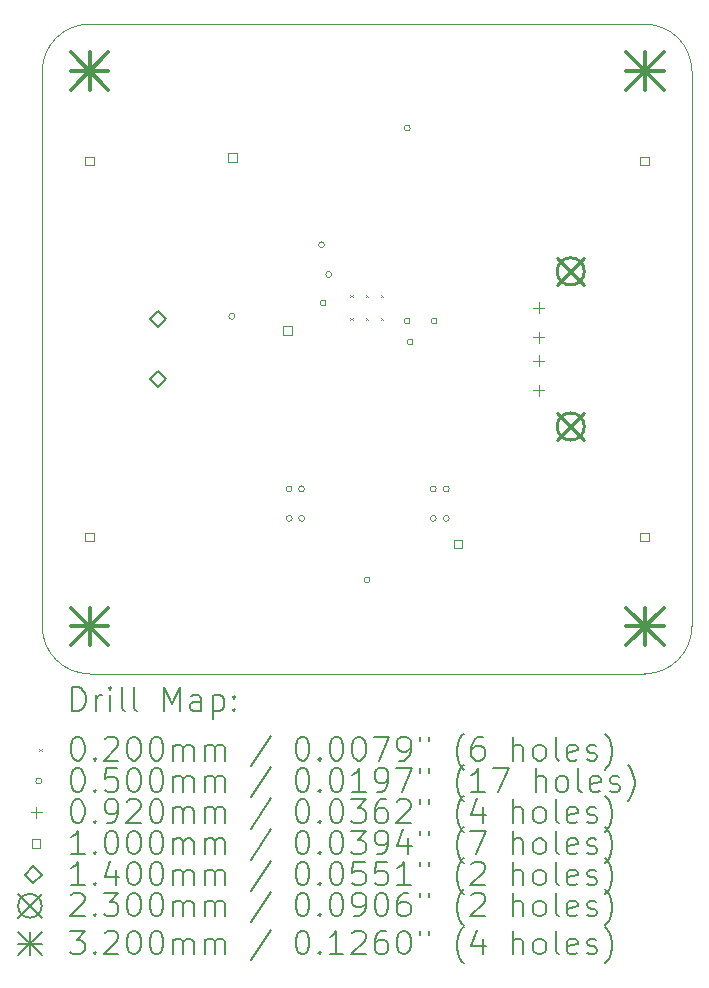
<source format=gbr>
%FSLAX45Y45*%
G04 Gerber Fmt 4.5, Leading zero omitted, Abs format (unit mm)*
G04 Created by KiCad (PCBNEW (6.0.5)) date 2025-05-25 15:45:03*
%MOMM*%
%LPD*%
G01*
G04 APERTURE LIST*
%TA.AperFunction,Profile*%
%ADD10C,0.100000*%
%TD*%
%ADD11C,0.200000*%
%ADD12C,0.020000*%
%ADD13C,0.050000*%
%ADD14C,0.092000*%
%ADD15C,0.100000*%
%ADD16C,0.140000*%
%ADD17C,0.230000*%
%ADD18C,0.320000*%
G04 APERTURE END LIST*
D10*
X12500000Y-11800000D02*
X17200000Y-11800000D01*
X12100000Y-6700000D02*
X12100000Y-11400000D01*
X17600000Y-6700000D02*
X17600000Y-11400000D01*
X12500000Y-6300000D02*
G75*
G03*
X12100000Y-6700000I0J-400000D01*
G01*
X17600000Y-6700000D02*
G75*
G03*
X17200000Y-6300000I-400000J0D01*
G01*
X12100000Y-11400000D02*
G75*
G03*
X12500000Y-11800000I400000J0D01*
G01*
X17200000Y-11800000D02*
G75*
G03*
X17600000Y-11400000I0J400000D01*
G01*
X12500000Y-6300000D02*
X17200000Y-6300000D01*
D11*
D12*
X14707500Y-8594500D02*
X14727500Y-8614500D01*
X14727500Y-8594500D02*
X14707500Y-8614500D01*
X14707500Y-8785500D02*
X14727500Y-8805500D01*
X14727500Y-8785500D02*
X14707500Y-8805500D01*
X14837500Y-8594500D02*
X14857500Y-8614500D01*
X14857500Y-8594500D02*
X14837500Y-8614500D01*
X14837500Y-8785500D02*
X14857500Y-8805500D01*
X14857500Y-8785500D02*
X14837500Y-8805500D01*
X14967500Y-8594500D02*
X14987500Y-8614500D01*
X14987500Y-8594500D02*
X14967500Y-8614500D01*
X14967500Y-8785500D02*
X14987500Y-8805500D01*
X14987500Y-8785500D02*
X14967500Y-8805500D01*
D13*
X13730000Y-8774000D02*
G75*
G03*
X13730000Y-8774000I-25000J0D01*
G01*
X14215000Y-10235000D02*
G75*
G03*
X14215000Y-10235000I-25000J0D01*
G01*
X14215000Y-10485000D02*
G75*
G03*
X14215000Y-10485000I-25000J0D01*
G01*
X14320000Y-10235000D02*
G75*
G03*
X14320000Y-10235000I-25000J0D01*
G01*
X14320000Y-10485000D02*
G75*
G03*
X14320000Y-10485000I-25000J0D01*
G01*
X14488900Y-8167500D02*
G75*
G03*
X14488900Y-8167500I-25000J0D01*
G01*
X14503000Y-8661400D02*
G75*
G03*
X14503000Y-8661400I-25000J0D01*
G01*
X14550000Y-8420000D02*
G75*
G03*
X14550000Y-8420000I-25000J0D01*
G01*
X14875000Y-11005000D02*
G75*
G03*
X14875000Y-11005000I-25000J0D01*
G01*
X15214200Y-8813800D02*
G75*
G03*
X15214200Y-8813800I-25000J0D01*
G01*
X15215000Y-7180000D02*
G75*
G03*
X15215000Y-7180000I-25000J0D01*
G01*
X15239600Y-8991600D02*
G75*
G03*
X15239600Y-8991600I-25000J0D01*
G01*
X15435000Y-10235000D02*
G75*
G03*
X15435000Y-10235000I-25000J0D01*
G01*
X15435000Y-10485000D02*
G75*
G03*
X15435000Y-10485000I-25000J0D01*
G01*
X15442800Y-8813800D02*
G75*
G03*
X15442800Y-8813800I-25000J0D01*
G01*
X15545000Y-10235000D02*
G75*
G03*
X15545000Y-10235000I-25000J0D01*
G01*
X15545000Y-10485000D02*
G75*
G03*
X15545000Y-10485000I-25000J0D01*
G01*
D14*
X16303000Y-8654000D02*
X16303000Y-8746000D01*
X16257000Y-8700000D02*
X16349000Y-8700000D01*
X16303000Y-8904000D02*
X16303000Y-8996000D01*
X16257000Y-8950000D02*
X16349000Y-8950000D01*
X16303000Y-9104000D02*
X16303000Y-9196000D01*
X16257000Y-9150000D02*
X16349000Y-9150000D01*
X16303000Y-9354000D02*
X16303000Y-9446000D01*
X16257000Y-9400000D02*
X16349000Y-9400000D01*
D15*
X12535356Y-7495356D02*
X12535356Y-7424644D01*
X12464644Y-7424644D01*
X12464644Y-7495356D01*
X12535356Y-7495356D01*
X12535356Y-10675356D02*
X12535356Y-10604644D01*
X12464644Y-10604644D01*
X12464644Y-10675356D01*
X12535356Y-10675356D01*
X13745356Y-7465356D02*
X13745356Y-7394644D01*
X13674644Y-7394644D01*
X13674644Y-7465356D01*
X13745356Y-7465356D01*
X14210356Y-8930356D02*
X14210356Y-8859644D01*
X14139644Y-8859644D01*
X14139644Y-8930356D01*
X14210356Y-8930356D01*
X15655356Y-10735356D02*
X15655356Y-10664644D01*
X15584644Y-10664644D01*
X15584644Y-10735356D01*
X15655356Y-10735356D01*
X17235356Y-7495356D02*
X17235356Y-7424644D01*
X17164644Y-7424644D01*
X17164644Y-7495356D01*
X17235356Y-7495356D01*
X17235356Y-10675356D02*
X17235356Y-10604644D01*
X17164644Y-10604644D01*
X17164644Y-10675356D01*
X17235356Y-10675356D01*
D16*
X13078000Y-8866000D02*
X13148000Y-8796000D01*
X13078000Y-8726000D01*
X13008000Y-8796000D01*
X13078000Y-8866000D01*
X13078000Y-9374000D02*
X13148000Y-9304000D01*
X13078000Y-9234000D01*
X13008000Y-9304000D01*
X13078000Y-9374000D01*
D17*
X16459000Y-8278000D02*
X16689000Y-8508000D01*
X16689000Y-8278000D02*
X16459000Y-8508000D01*
X16689000Y-8393000D02*
G75*
G03*
X16689000Y-8393000I-115000J0D01*
G01*
X16459000Y-9592000D02*
X16689000Y-9822000D01*
X16689000Y-9592000D02*
X16459000Y-9822000D01*
X16689000Y-9707000D02*
G75*
G03*
X16689000Y-9707000I-115000J0D01*
G01*
D18*
X12340000Y-6540000D02*
X12660000Y-6860000D01*
X12660000Y-6540000D02*
X12340000Y-6860000D01*
X12500000Y-6540000D02*
X12500000Y-6860000D01*
X12340000Y-6700000D02*
X12660000Y-6700000D01*
X12340000Y-11240000D02*
X12660000Y-11560000D01*
X12660000Y-11240000D02*
X12340000Y-11560000D01*
X12500000Y-11240000D02*
X12500000Y-11560000D01*
X12340000Y-11400000D02*
X12660000Y-11400000D01*
X17040000Y-6540000D02*
X17360000Y-6860000D01*
X17360000Y-6540000D02*
X17040000Y-6860000D01*
X17200000Y-6540000D02*
X17200000Y-6860000D01*
X17040000Y-6700000D02*
X17360000Y-6700000D01*
X17040000Y-11240000D02*
X17360000Y-11560000D01*
X17360000Y-11240000D02*
X17040000Y-11560000D01*
X17200000Y-11240000D02*
X17200000Y-11560000D01*
X17040000Y-11400000D02*
X17360000Y-11400000D01*
D11*
X12352619Y-12115476D02*
X12352619Y-11915476D01*
X12400238Y-11915476D01*
X12428809Y-11925000D01*
X12447857Y-11944048D01*
X12457381Y-11963095D01*
X12466905Y-12001190D01*
X12466905Y-12029762D01*
X12457381Y-12067857D01*
X12447857Y-12086905D01*
X12428809Y-12105952D01*
X12400238Y-12115476D01*
X12352619Y-12115476D01*
X12552619Y-12115476D02*
X12552619Y-11982143D01*
X12552619Y-12020238D02*
X12562143Y-12001190D01*
X12571667Y-11991667D01*
X12590714Y-11982143D01*
X12609762Y-11982143D01*
X12676428Y-12115476D02*
X12676428Y-11982143D01*
X12676428Y-11915476D02*
X12666905Y-11925000D01*
X12676428Y-11934524D01*
X12685952Y-11925000D01*
X12676428Y-11915476D01*
X12676428Y-11934524D01*
X12800238Y-12115476D02*
X12781190Y-12105952D01*
X12771667Y-12086905D01*
X12771667Y-11915476D01*
X12905000Y-12115476D02*
X12885952Y-12105952D01*
X12876428Y-12086905D01*
X12876428Y-11915476D01*
X13133571Y-12115476D02*
X13133571Y-11915476D01*
X13200238Y-12058333D01*
X13266905Y-11915476D01*
X13266905Y-12115476D01*
X13447857Y-12115476D02*
X13447857Y-12010714D01*
X13438333Y-11991667D01*
X13419286Y-11982143D01*
X13381190Y-11982143D01*
X13362143Y-11991667D01*
X13447857Y-12105952D02*
X13428809Y-12115476D01*
X13381190Y-12115476D01*
X13362143Y-12105952D01*
X13352619Y-12086905D01*
X13352619Y-12067857D01*
X13362143Y-12048809D01*
X13381190Y-12039286D01*
X13428809Y-12039286D01*
X13447857Y-12029762D01*
X13543095Y-11982143D02*
X13543095Y-12182143D01*
X13543095Y-11991667D02*
X13562143Y-11982143D01*
X13600238Y-11982143D01*
X13619286Y-11991667D01*
X13628809Y-12001190D01*
X13638333Y-12020238D01*
X13638333Y-12077381D01*
X13628809Y-12096428D01*
X13619286Y-12105952D01*
X13600238Y-12115476D01*
X13562143Y-12115476D01*
X13543095Y-12105952D01*
X13724048Y-12096428D02*
X13733571Y-12105952D01*
X13724048Y-12115476D01*
X13714524Y-12105952D01*
X13724048Y-12096428D01*
X13724048Y-12115476D01*
X13724048Y-11991667D02*
X13733571Y-12001190D01*
X13724048Y-12010714D01*
X13714524Y-12001190D01*
X13724048Y-11991667D01*
X13724048Y-12010714D01*
D12*
X12075000Y-12435000D02*
X12095000Y-12455000D01*
X12095000Y-12435000D02*
X12075000Y-12455000D01*
D11*
X12390714Y-12335476D02*
X12409762Y-12335476D01*
X12428809Y-12345000D01*
X12438333Y-12354524D01*
X12447857Y-12373571D01*
X12457381Y-12411667D01*
X12457381Y-12459286D01*
X12447857Y-12497381D01*
X12438333Y-12516428D01*
X12428809Y-12525952D01*
X12409762Y-12535476D01*
X12390714Y-12535476D01*
X12371667Y-12525952D01*
X12362143Y-12516428D01*
X12352619Y-12497381D01*
X12343095Y-12459286D01*
X12343095Y-12411667D01*
X12352619Y-12373571D01*
X12362143Y-12354524D01*
X12371667Y-12345000D01*
X12390714Y-12335476D01*
X12543095Y-12516428D02*
X12552619Y-12525952D01*
X12543095Y-12535476D01*
X12533571Y-12525952D01*
X12543095Y-12516428D01*
X12543095Y-12535476D01*
X12628809Y-12354524D02*
X12638333Y-12345000D01*
X12657381Y-12335476D01*
X12705000Y-12335476D01*
X12724048Y-12345000D01*
X12733571Y-12354524D01*
X12743095Y-12373571D01*
X12743095Y-12392619D01*
X12733571Y-12421190D01*
X12619286Y-12535476D01*
X12743095Y-12535476D01*
X12866905Y-12335476D02*
X12885952Y-12335476D01*
X12905000Y-12345000D01*
X12914524Y-12354524D01*
X12924048Y-12373571D01*
X12933571Y-12411667D01*
X12933571Y-12459286D01*
X12924048Y-12497381D01*
X12914524Y-12516428D01*
X12905000Y-12525952D01*
X12885952Y-12535476D01*
X12866905Y-12535476D01*
X12847857Y-12525952D01*
X12838333Y-12516428D01*
X12828809Y-12497381D01*
X12819286Y-12459286D01*
X12819286Y-12411667D01*
X12828809Y-12373571D01*
X12838333Y-12354524D01*
X12847857Y-12345000D01*
X12866905Y-12335476D01*
X13057381Y-12335476D02*
X13076428Y-12335476D01*
X13095476Y-12345000D01*
X13105000Y-12354524D01*
X13114524Y-12373571D01*
X13124048Y-12411667D01*
X13124048Y-12459286D01*
X13114524Y-12497381D01*
X13105000Y-12516428D01*
X13095476Y-12525952D01*
X13076428Y-12535476D01*
X13057381Y-12535476D01*
X13038333Y-12525952D01*
X13028809Y-12516428D01*
X13019286Y-12497381D01*
X13009762Y-12459286D01*
X13009762Y-12411667D01*
X13019286Y-12373571D01*
X13028809Y-12354524D01*
X13038333Y-12345000D01*
X13057381Y-12335476D01*
X13209762Y-12535476D02*
X13209762Y-12402143D01*
X13209762Y-12421190D02*
X13219286Y-12411667D01*
X13238333Y-12402143D01*
X13266905Y-12402143D01*
X13285952Y-12411667D01*
X13295476Y-12430714D01*
X13295476Y-12535476D01*
X13295476Y-12430714D02*
X13305000Y-12411667D01*
X13324048Y-12402143D01*
X13352619Y-12402143D01*
X13371667Y-12411667D01*
X13381190Y-12430714D01*
X13381190Y-12535476D01*
X13476428Y-12535476D02*
X13476428Y-12402143D01*
X13476428Y-12421190D02*
X13485952Y-12411667D01*
X13505000Y-12402143D01*
X13533571Y-12402143D01*
X13552619Y-12411667D01*
X13562143Y-12430714D01*
X13562143Y-12535476D01*
X13562143Y-12430714D02*
X13571667Y-12411667D01*
X13590714Y-12402143D01*
X13619286Y-12402143D01*
X13638333Y-12411667D01*
X13647857Y-12430714D01*
X13647857Y-12535476D01*
X14038333Y-12325952D02*
X13866905Y-12583095D01*
X14295476Y-12335476D02*
X14314524Y-12335476D01*
X14333571Y-12345000D01*
X14343095Y-12354524D01*
X14352619Y-12373571D01*
X14362143Y-12411667D01*
X14362143Y-12459286D01*
X14352619Y-12497381D01*
X14343095Y-12516428D01*
X14333571Y-12525952D01*
X14314524Y-12535476D01*
X14295476Y-12535476D01*
X14276428Y-12525952D01*
X14266905Y-12516428D01*
X14257381Y-12497381D01*
X14247857Y-12459286D01*
X14247857Y-12411667D01*
X14257381Y-12373571D01*
X14266905Y-12354524D01*
X14276428Y-12345000D01*
X14295476Y-12335476D01*
X14447857Y-12516428D02*
X14457381Y-12525952D01*
X14447857Y-12535476D01*
X14438333Y-12525952D01*
X14447857Y-12516428D01*
X14447857Y-12535476D01*
X14581190Y-12335476D02*
X14600238Y-12335476D01*
X14619286Y-12345000D01*
X14628809Y-12354524D01*
X14638333Y-12373571D01*
X14647857Y-12411667D01*
X14647857Y-12459286D01*
X14638333Y-12497381D01*
X14628809Y-12516428D01*
X14619286Y-12525952D01*
X14600238Y-12535476D01*
X14581190Y-12535476D01*
X14562143Y-12525952D01*
X14552619Y-12516428D01*
X14543095Y-12497381D01*
X14533571Y-12459286D01*
X14533571Y-12411667D01*
X14543095Y-12373571D01*
X14552619Y-12354524D01*
X14562143Y-12345000D01*
X14581190Y-12335476D01*
X14771667Y-12335476D02*
X14790714Y-12335476D01*
X14809762Y-12345000D01*
X14819286Y-12354524D01*
X14828809Y-12373571D01*
X14838333Y-12411667D01*
X14838333Y-12459286D01*
X14828809Y-12497381D01*
X14819286Y-12516428D01*
X14809762Y-12525952D01*
X14790714Y-12535476D01*
X14771667Y-12535476D01*
X14752619Y-12525952D01*
X14743095Y-12516428D01*
X14733571Y-12497381D01*
X14724048Y-12459286D01*
X14724048Y-12411667D01*
X14733571Y-12373571D01*
X14743095Y-12354524D01*
X14752619Y-12345000D01*
X14771667Y-12335476D01*
X14905000Y-12335476D02*
X15038333Y-12335476D01*
X14952619Y-12535476D01*
X15124048Y-12535476D02*
X15162143Y-12535476D01*
X15181190Y-12525952D01*
X15190714Y-12516428D01*
X15209762Y-12487857D01*
X15219286Y-12449762D01*
X15219286Y-12373571D01*
X15209762Y-12354524D01*
X15200238Y-12345000D01*
X15181190Y-12335476D01*
X15143095Y-12335476D01*
X15124048Y-12345000D01*
X15114524Y-12354524D01*
X15105000Y-12373571D01*
X15105000Y-12421190D01*
X15114524Y-12440238D01*
X15124048Y-12449762D01*
X15143095Y-12459286D01*
X15181190Y-12459286D01*
X15200238Y-12449762D01*
X15209762Y-12440238D01*
X15219286Y-12421190D01*
X15295476Y-12335476D02*
X15295476Y-12373571D01*
X15371667Y-12335476D02*
X15371667Y-12373571D01*
X15666905Y-12611667D02*
X15657381Y-12602143D01*
X15638333Y-12573571D01*
X15628809Y-12554524D01*
X15619286Y-12525952D01*
X15609762Y-12478333D01*
X15609762Y-12440238D01*
X15619286Y-12392619D01*
X15628809Y-12364048D01*
X15638333Y-12345000D01*
X15657381Y-12316428D01*
X15666905Y-12306905D01*
X15828809Y-12335476D02*
X15790714Y-12335476D01*
X15771667Y-12345000D01*
X15762143Y-12354524D01*
X15743095Y-12383095D01*
X15733571Y-12421190D01*
X15733571Y-12497381D01*
X15743095Y-12516428D01*
X15752619Y-12525952D01*
X15771667Y-12535476D01*
X15809762Y-12535476D01*
X15828809Y-12525952D01*
X15838333Y-12516428D01*
X15847857Y-12497381D01*
X15847857Y-12449762D01*
X15838333Y-12430714D01*
X15828809Y-12421190D01*
X15809762Y-12411667D01*
X15771667Y-12411667D01*
X15752619Y-12421190D01*
X15743095Y-12430714D01*
X15733571Y-12449762D01*
X16085952Y-12535476D02*
X16085952Y-12335476D01*
X16171667Y-12535476D02*
X16171667Y-12430714D01*
X16162143Y-12411667D01*
X16143095Y-12402143D01*
X16114524Y-12402143D01*
X16095476Y-12411667D01*
X16085952Y-12421190D01*
X16295476Y-12535476D02*
X16276428Y-12525952D01*
X16266905Y-12516428D01*
X16257381Y-12497381D01*
X16257381Y-12440238D01*
X16266905Y-12421190D01*
X16276428Y-12411667D01*
X16295476Y-12402143D01*
X16324048Y-12402143D01*
X16343095Y-12411667D01*
X16352619Y-12421190D01*
X16362143Y-12440238D01*
X16362143Y-12497381D01*
X16352619Y-12516428D01*
X16343095Y-12525952D01*
X16324048Y-12535476D01*
X16295476Y-12535476D01*
X16476428Y-12535476D02*
X16457381Y-12525952D01*
X16447857Y-12506905D01*
X16447857Y-12335476D01*
X16628809Y-12525952D02*
X16609762Y-12535476D01*
X16571667Y-12535476D01*
X16552619Y-12525952D01*
X16543095Y-12506905D01*
X16543095Y-12430714D01*
X16552619Y-12411667D01*
X16571667Y-12402143D01*
X16609762Y-12402143D01*
X16628809Y-12411667D01*
X16638333Y-12430714D01*
X16638333Y-12449762D01*
X16543095Y-12468809D01*
X16714524Y-12525952D02*
X16733571Y-12535476D01*
X16771667Y-12535476D01*
X16790714Y-12525952D01*
X16800238Y-12506905D01*
X16800238Y-12497381D01*
X16790714Y-12478333D01*
X16771667Y-12468809D01*
X16743095Y-12468809D01*
X16724048Y-12459286D01*
X16714524Y-12440238D01*
X16714524Y-12430714D01*
X16724048Y-12411667D01*
X16743095Y-12402143D01*
X16771667Y-12402143D01*
X16790714Y-12411667D01*
X16866905Y-12611667D02*
X16876429Y-12602143D01*
X16895476Y-12573571D01*
X16905000Y-12554524D01*
X16914524Y-12525952D01*
X16924048Y-12478333D01*
X16924048Y-12440238D01*
X16914524Y-12392619D01*
X16905000Y-12364048D01*
X16895476Y-12345000D01*
X16876429Y-12316428D01*
X16866905Y-12306905D01*
D13*
X12095000Y-12709000D02*
G75*
G03*
X12095000Y-12709000I-25000J0D01*
G01*
D11*
X12390714Y-12599476D02*
X12409762Y-12599476D01*
X12428809Y-12609000D01*
X12438333Y-12618524D01*
X12447857Y-12637571D01*
X12457381Y-12675667D01*
X12457381Y-12723286D01*
X12447857Y-12761381D01*
X12438333Y-12780428D01*
X12428809Y-12789952D01*
X12409762Y-12799476D01*
X12390714Y-12799476D01*
X12371667Y-12789952D01*
X12362143Y-12780428D01*
X12352619Y-12761381D01*
X12343095Y-12723286D01*
X12343095Y-12675667D01*
X12352619Y-12637571D01*
X12362143Y-12618524D01*
X12371667Y-12609000D01*
X12390714Y-12599476D01*
X12543095Y-12780428D02*
X12552619Y-12789952D01*
X12543095Y-12799476D01*
X12533571Y-12789952D01*
X12543095Y-12780428D01*
X12543095Y-12799476D01*
X12733571Y-12599476D02*
X12638333Y-12599476D01*
X12628809Y-12694714D01*
X12638333Y-12685190D01*
X12657381Y-12675667D01*
X12705000Y-12675667D01*
X12724048Y-12685190D01*
X12733571Y-12694714D01*
X12743095Y-12713762D01*
X12743095Y-12761381D01*
X12733571Y-12780428D01*
X12724048Y-12789952D01*
X12705000Y-12799476D01*
X12657381Y-12799476D01*
X12638333Y-12789952D01*
X12628809Y-12780428D01*
X12866905Y-12599476D02*
X12885952Y-12599476D01*
X12905000Y-12609000D01*
X12914524Y-12618524D01*
X12924048Y-12637571D01*
X12933571Y-12675667D01*
X12933571Y-12723286D01*
X12924048Y-12761381D01*
X12914524Y-12780428D01*
X12905000Y-12789952D01*
X12885952Y-12799476D01*
X12866905Y-12799476D01*
X12847857Y-12789952D01*
X12838333Y-12780428D01*
X12828809Y-12761381D01*
X12819286Y-12723286D01*
X12819286Y-12675667D01*
X12828809Y-12637571D01*
X12838333Y-12618524D01*
X12847857Y-12609000D01*
X12866905Y-12599476D01*
X13057381Y-12599476D02*
X13076428Y-12599476D01*
X13095476Y-12609000D01*
X13105000Y-12618524D01*
X13114524Y-12637571D01*
X13124048Y-12675667D01*
X13124048Y-12723286D01*
X13114524Y-12761381D01*
X13105000Y-12780428D01*
X13095476Y-12789952D01*
X13076428Y-12799476D01*
X13057381Y-12799476D01*
X13038333Y-12789952D01*
X13028809Y-12780428D01*
X13019286Y-12761381D01*
X13009762Y-12723286D01*
X13009762Y-12675667D01*
X13019286Y-12637571D01*
X13028809Y-12618524D01*
X13038333Y-12609000D01*
X13057381Y-12599476D01*
X13209762Y-12799476D02*
X13209762Y-12666143D01*
X13209762Y-12685190D02*
X13219286Y-12675667D01*
X13238333Y-12666143D01*
X13266905Y-12666143D01*
X13285952Y-12675667D01*
X13295476Y-12694714D01*
X13295476Y-12799476D01*
X13295476Y-12694714D02*
X13305000Y-12675667D01*
X13324048Y-12666143D01*
X13352619Y-12666143D01*
X13371667Y-12675667D01*
X13381190Y-12694714D01*
X13381190Y-12799476D01*
X13476428Y-12799476D02*
X13476428Y-12666143D01*
X13476428Y-12685190D02*
X13485952Y-12675667D01*
X13505000Y-12666143D01*
X13533571Y-12666143D01*
X13552619Y-12675667D01*
X13562143Y-12694714D01*
X13562143Y-12799476D01*
X13562143Y-12694714D02*
X13571667Y-12675667D01*
X13590714Y-12666143D01*
X13619286Y-12666143D01*
X13638333Y-12675667D01*
X13647857Y-12694714D01*
X13647857Y-12799476D01*
X14038333Y-12589952D02*
X13866905Y-12847095D01*
X14295476Y-12599476D02*
X14314524Y-12599476D01*
X14333571Y-12609000D01*
X14343095Y-12618524D01*
X14352619Y-12637571D01*
X14362143Y-12675667D01*
X14362143Y-12723286D01*
X14352619Y-12761381D01*
X14343095Y-12780428D01*
X14333571Y-12789952D01*
X14314524Y-12799476D01*
X14295476Y-12799476D01*
X14276428Y-12789952D01*
X14266905Y-12780428D01*
X14257381Y-12761381D01*
X14247857Y-12723286D01*
X14247857Y-12675667D01*
X14257381Y-12637571D01*
X14266905Y-12618524D01*
X14276428Y-12609000D01*
X14295476Y-12599476D01*
X14447857Y-12780428D02*
X14457381Y-12789952D01*
X14447857Y-12799476D01*
X14438333Y-12789952D01*
X14447857Y-12780428D01*
X14447857Y-12799476D01*
X14581190Y-12599476D02*
X14600238Y-12599476D01*
X14619286Y-12609000D01*
X14628809Y-12618524D01*
X14638333Y-12637571D01*
X14647857Y-12675667D01*
X14647857Y-12723286D01*
X14638333Y-12761381D01*
X14628809Y-12780428D01*
X14619286Y-12789952D01*
X14600238Y-12799476D01*
X14581190Y-12799476D01*
X14562143Y-12789952D01*
X14552619Y-12780428D01*
X14543095Y-12761381D01*
X14533571Y-12723286D01*
X14533571Y-12675667D01*
X14543095Y-12637571D01*
X14552619Y-12618524D01*
X14562143Y-12609000D01*
X14581190Y-12599476D01*
X14838333Y-12799476D02*
X14724048Y-12799476D01*
X14781190Y-12799476D02*
X14781190Y-12599476D01*
X14762143Y-12628048D01*
X14743095Y-12647095D01*
X14724048Y-12656619D01*
X14933571Y-12799476D02*
X14971667Y-12799476D01*
X14990714Y-12789952D01*
X15000238Y-12780428D01*
X15019286Y-12751857D01*
X15028809Y-12713762D01*
X15028809Y-12637571D01*
X15019286Y-12618524D01*
X15009762Y-12609000D01*
X14990714Y-12599476D01*
X14952619Y-12599476D01*
X14933571Y-12609000D01*
X14924048Y-12618524D01*
X14914524Y-12637571D01*
X14914524Y-12685190D01*
X14924048Y-12704238D01*
X14933571Y-12713762D01*
X14952619Y-12723286D01*
X14990714Y-12723286D01*
X15009762Y-12713762D01*
X15019286Y-12704238D01*
X15028809Y-12685190D01*
X15095476Y-12599476D02*
X15228809Y-12599476D01*
X15143095Y-12799476D01*
X15295476Y-12599476D02*
X15295476Y-12637571D01*
X15371667Y-12599476D02*
X15371667Y-12637571D01*
X15666905Y-12875667D02*
X15657381Y-12866143D01*
X15638333Y-12837571D01*
X15628809Y-12818524D01*
X15619286Y-12789952D01*
X15609762Y-12742333D01*
X15609762Y-12704238D01*
X15619286Y-12656619D01*
X15628809Y-12628048D01*
X15638333Y-12609000D01*
X15657381Y-12580428D01*
X15666905Y-12570905D01*
X15847857Y-12799476D02*
X15733571Y-12799476D01*
X15790714Y-12799476D02*
X15790714Y-12599476D01*
X15771667Y-12628048D01*
X15752619Y-12647095D01*
X15733571Y-12656619D01*
X15914524Y-12599476D02*
X16047857Y-12599476D01*
X15962143Y-12799476D01*
X16276428Y-12799476D02*
X16276428Y-12599476D01*
X16362143Y-12799476D02*
X16362143Y-12694714D01*
X16352619Y-12675667D01*
X16333571Y-12666143D01*
X16305000Y-12666143D01*
X16285952Y-12675667D01*
X16276428Y-12685190D01*
X16485952Y-12799476D02*
X16466905Y-12789952D01*
X16457381Y-12780428D01*
X16447857Y-12761381D01*
X16447857Y-12704238D01*
X16457381Y-12685190D01*
X16466905Y-12675667D01*
X16485952Y-12666143D01*
X16514524Y-12666143D01*
X16533571Y-12675667D01*
X16543095Y-12685190D01*
X16552619Y-12704238D01*
X16552619Y-12761381D01*
X16543095Y-12780428D01*
X16533571Y-12789952D01*
X16514524Y-12799476D01*
X16485952Y-12799476D01*
X16666905Y-12799476D02*
X16647857Y-12789952D01*
X16638333Y-12770905D01*
X16638333Y-12599476D01*
X16819286Y-12789952D02*
X16800238Y-12799476D01*
X16762143Y-12799476D01*
X16743095Y-12789952D01*
X16733571Y-12770905D01*
X16733571Y-12694714D01*
X16743095Y-12675667D01*
X16762143Y-12666143D01*
X16800238Y-12666143D01*
X16819286Y-12675667D01*
X16828810Y-12694714D01*
X16828810Y-12713762D01*
X16733571Y-12732809D01*
X16905000Y-12789952D02*
X16924048Y-12799476D01*
X16962143Y-12799476D01*
X16981190Y-12789952D01*
X16990714Y-12770905D01*
X16990714Y-12761381D01*
X16981190Y-12742333D01*
X16962143Y-12732809D01*
X16933571Y-12732809D01*
X16914524Y-12723286D01*
X16905000Y-12704238D01*
X16905000Y-12694714D01*
X16914524Y-12675667D01*
X16933571Y-12666143D01*
X16962143Y-12666143D01*
X16981190Y-12675667D01*
X17057381Y-12875667D02*
X17066905Y-12866143D01*
X17085952Y-12837571D01*
X17095476Y-12818524D01*
X17105000Y-12789952D01*
X17114524Y-12742333D01*
X17114524Y-12704238D01*
X17105000Y-12656619D01*
X17095476Y-12628048D01*
X17085952Y-12609000D01*
X17066905Y-12580428D01*
X17057381Y-12570905D01*
D14*
X12049000Y-12927000D02*
X12049000Y-13019000D01*
X12003000Y-12973000D02*
X12095000Y-12973000D01*
D11*
X12390714Y-12863476D02*
X12409762Y-12863476D01*
X12428809Y-12873000D01*
X12438333Y-12882524D01*
X12447857Y-12901571D01*
X12457381Y-12939667D01*
X12457381Y-12987286D01*
X12447857Y-13025381D01*
X12438333Y-13044428D01*
X12428809Y-13053952D01*
X12409762Y-13063476D01*
X12390714Y-13063476D01*
X12371667Y-13053952D01*
X12362143Y-13044428D01*
X12352619Y-13025381D01*
X12343095Y-12987286D01*
X12343095Y-12939667D01*
X12352619Y-12901571D01*
X12362143Y-12882524D01*
X12371667Y-12873000D01*
X12390714Y-12863476D01*
X12543095Y-13044428D02*
X12552619Y-13053952D01*
X12543095Y-13063476D01*
X12533571Y-13053952D01*
X12543095Y-13044428D01*
X12543095Y-13063476D01*
X12647857Y-13063476D02*
X12685952Y-13063476D01*
X12705000Y-13053952D01*
X12714524Y-13044428D01*
X12733571Y-13015857D01*
X12743095Y-12977762D01*
X12743095Y-12901571D01*
X12733571Y-12882524D01*
X12724048Y-12873000D01*
X12705000Y-12863476D01*
X12666905Y-12863476D01*
X12647857Y-12873000D01*
X12638333Y-12882524D01*
X12628809Y-12901571D01*
X12628809Y-12949190D01*
X12638333Y-12968238D01*
X12647857Y-12977762D01*
X12666905Y-12987286D01*
X12705000Y-12987286D01*
X12724048Y-12977762D01*
X12733571Y-12968238D01*
X12743095Y-12949190D01*
X12819286Y-12882524D02*
X12828809Y-12873000D01*
X12847857Y-12863476D01*
X12895476Y-12863476D01*
X12914524Y-12873000D01*
X12924048Y-12882524D01*
X12933571Y-12901571D01*
X12933571Y-12920619D01*
X12924048Y-12949190D01*
X12809762Y-13063476D01*
X12933571Y-13063476D01*
X13057381Y-12863476D02*
X13076428Y-12863476D01*
X13095476Y-12873000D01*
X13105000Y-12882524D01*
X13114524Y-12901571D01*
X13124048Y-12939667D01*
X13124048Y-12987286D01*
X13114524Y-13025381D01*
X13105000Y-13044428D01*
X13095476Y-13053952D01*
X13076428Y-13063476D01*
X13057381Y-13063476D01*
X13038333Y-13053952D01*
X13028809Y-13044428D01*
X13019286Y-13025381D01*
X13009762Y-12987286D01*
X13009762Y-12939667D01*
X13019286Y-12901571D01*
X13028809Y-12882524D01*
X13038333Y-12873000D01*
X13057381Y-12863476D01*
X13209762Y-13063476D02*
X13209762Y-12930143D01*
X13209762Y-12949190D02*
X13219286Y-12939667D01*
X13238333Y-12930143D01*
X13266905Y-12930143D01*
X13285952Y-12939667D01*
X13295476Y-12958714D01*
X13295476Y-13063476D01*
X13295476Y-12958714D02*
X13305000Y-12939667D01*
X13324048Y-12930143D01*
X13352619Y-12930143D01*
X13371667Y-12939667D01*
X13381190Y-12958714D01*
X13381190Y-13063476D01*
X13476428Y-13063476D02*
X13476428Y-12930143D01*
X13476428Y-12949190D02*
X13485952Y-12939667D01*
X13505000Y-12930143D01*
X13533571Y-12930143D01*
X13552619Y-12939667D01*
X13562143Y-12958714D01*
X13562143Y-13063476D01*
X13562143Y-12958714D02*
X13571667Y-12939667D01*
X13590714Y-12930143D01*
X13619286Y-12930143D01*
X13638333Y-12939667D01*
X13647857Y-12958714D01*
X13647857Y-13063476D01*
X14038333Y-12853952D02*
X13866905Y-13111095D01*
X14295476Y-12863476D02*
X14314524Y-12863476D01*
X14333571Y-12873000D01*
X14343095Y-12882524D01*
X14352619Y-12901571D01*
X14362143Y-12939667D01*
X14362143Y-12987286D01*
X14352619Y-13025381D01*
X14343095Y-13044428D01*
X14333571Y-13053952D01*
X14314524Y-13063476D01*
X14295476Y-13063476D01*
X14276428Y-13053952D01*
X14266905Y-13044428D01*
X14257381Y-13025381D01*
X14247857Y-12987286D01*
X14247857Y-12939667D01*
X14257381Y-12901571D01*
X14266905Y-12882524D01*
X14276428Y-12873000D01*
X14295476Y-12863476D01*
X14447857Y-13044428D02*
X14457381Y-13053952D01*
X14447857Y-13063476D01*
X14438333Y-13053952D01*
X14447857Y-13044428D01*
X14447857Y-13063476D01*
X14581190Y-12863476D02*
X14600238Y-12863476D01*
X14619286Y-12873000D01*
X14628809Y-12882524D01*
X14638333Y-12901571D01*
X14647857Y-12939667D01*
X14647857Y-12987286D01*
X14638333Y-13025381D01*
X14628809Y-13044428D01*
X14619286Y-13053952D01*
X14600238Y-13063476D01*
X14581190Y-13063476D01*
X14562143Y-13053952D01*
X14552619Y-13044428D01*
X14543095Y-13025381D01*
X14533571Y-12987286D01*
X14533571Y-12939667D01*
X14543095Y-12901571D01*
X14552619Y-12882524D01*
X14562143Y-12873000D01*
X14581190Y-12863476D01*
X14714524Y-12863476D02*
X14838333Y-12863476D01*
X14771667Y-12939667D01*
X14800238Y-12939667D01*
X14819286Y-12949190D01*
X14828809Y-12958714D01*
X14838333Y-12977762D01*
X14838333Y-13025381D01*
X14828809Y-13044428D01*
X14819286Y-13053952D01*
X14800238Y-13063476D01*
X14743095Y-13063476D01*
X14724048Y-13053952D01*
X14714524Y-13044428D01*
X15009762Y-12863476D02*
X14971667Y-12863476D01*
X14952619Y-12873000D01*
X14943095Y-12882524D01*
X14924048Y-12911095D01*
X14914524Y-12949190D01*
X14914524Y-13025381D01*
X14924048Y-13044428D01*
X14933571Y-13053952D01*
X14952619Y-13063476D01*
X14990714Y-13063476D01*
X15009762Y-13053952D01*
X15019286Y-13044428D01*
X15028809Y-13025381D01*
X15028809Y-12977762D01*
X15019286Y-12958714D01*
X15009762Y-12949190D01*
X14990714Y-12939667D01*
X14952619Y-12939667D01*
X14933571Y-12949190D01*
X14924048Y-12958714D01*
X14914524Y-12977762D01*
X15105000Y-12882524D02*
X15114524Y-12873000D01*
X15133571Y-12863476D01*
X15181190Y-12863476D01*
X15200238Y-12873000D01*
X15209762Y-12882524D01*
X15219286Y-12901571D01*
X15219286Y-12920619D01*
X15209762Y-12949190D01*
X15095476Y-13063476D01*
X15219286Y-13063476D01*
X15295476Y-12863476D02*
X15295476Y-12901571D01*
X15371667Y-12863476D02*
X15371667Y-12901571D01*
X15666905Y-13139667D02*
X15657381Y-13130143D01*
X15638333Y-13101571D01*
X15628809Y-13082524D01*
X15619286Y-13053952D01*
X15609762Y-13006333D01*
X15609762Y-12968238D01*
X15619286Y-12920619D01*
X15628809Y-12892048D01*
X15638333Y-12873000D01*
X15657381Y-12844428D01*
X15666905Y-12834905D01*
X15828809Y-12930143D02*
X15828809Y-13063476D01*
X15781190Y-12853952D02*
X15733571Y-12996809D01*
X15857381Y-12996809D01*
X16085952Y-13063476D02*
X16085952Y-12863476D01*
X16171667Y-13063476D02*
X16171667Y-12958714D01*
X16162143Y-12939667D01*
X16143095Y-12930143D01*
X16114524Y-12930143D01*
X16095476Y-12939667D01*
X16085952Y-12949190D01*
X16295476Y-13063476D02*
X16276428Y-13053952D01*
X16266905Y-13044428D01*
X16257381Y-13025381D01*
X16257381Y-12968238D01*
X16266905Y-12949190D01*
X16276428Y-12939667D01*
X16295476Y-12930143D01*
X16324048Y-12930143D01*
X16343095Y-12939667D01*
X16352619Y-12949190D01*
X16362143Y-12968238D01*
X16362143Y-13025381D01*
X16352619Y-13044428D01*
X16343095Y-13053952D01*
X16324048Y-13063476D01*
X16295476Y-13063476D01*
X16476428Y-13063476D02*
X16457381Y-13053952D01*
X16447857Y-13034905D01*
X16447857Y-12863476D01*
X16628809Y-13053952D02*
X16609762Y-13063476D01*
X16571667Y-13063476D01*
X16552619Y-13053952D01*
X16543095Y-13034905D01*
X16543095Y-12958714D01*
X16552619Y-12939667D01*
X16571667Y-12930143D01*
X16609762Y-12930143D01*
X16628809Y-12939667D01*
X16638333Y-12958714D01*
X16638333Y-12977762D01*
X16543095Y-12996809D01*
X16714524Y-13053952D02*
X16733571Y-13063476D01*
X16771667Y-13063476D01*
X16790714Y-13053952D01*
X16800238Y-13034905D01*
X16800238Y-13025381D01*
X16790714Y-13006333D01*
X16771667Y-12996809D01*
X16743095Y-12996809D01*
X16724048Y-12987286D01*
X16714524Y-12968238D01*
X16714524Y-12958714D01*
X16724048Y-12939667D01*
X16743095Y-12930143D01*
X16771667Y-12930143D01*
X16790714Y-12939667D01*
X16866905Y-13139667D02*
X16876429Y-13130143D01*
X16895476Y-13101571D01*
X16905000Y-13082524D01*
X16914524Y-13053952D01*
X16924048Y-13006333D01*
X16924048Y-12968238D01*
X16914524Y-12920619D01*
X16905000Y-12892048D01*
X16895476Y-12873000D01*
X16876429Y-12844428D01*
X16866905Y-12834905D01*
D15*
X12080356Y-13272356D02*
X12080356Y-13201644D01*
X12009644Y-13201644D01*
X12009644Y-13272356D01*
X12080356Y-13272356D01*
D11*
X12457381Y-13327476D02*
X12343095Y-13327476D01*
X12400238Y-13327476D02*
X12400238Y-13127476D01*
X12381190Y-13156048D01*
X12362143Y-13175095D01*
X12343095Y-13184619D01*
X12543095Y-13308428D02*
X12552619Y-13317952D01*
X12543095Y-13327476D01*
X12533571Y-13317952D01*
X12543095Y-13308428D01*
X12543095Y-13327476D01*
X12676428Y-13127476D02*
X12695476Y-13127476D01*
X12714524Y-13137000D01*
X12724048Y-13146524D01*
X12733571Y-13165571D01*
X12743095Y-13203667D01*
X12743095Y-13251286D01*
X12733571Y-13289381D01*
X12724048Y-13308428D01*
X12714524Y-13317952D01*
X12695476Y-13327476D01*
X12676428Y-13327476D01*
X12657381Y-13317952D01*
X12647857Y-13308428D01*
X12638333Y-13289381D01*
X12628809Y-13251286D01*
X12628809Y-13203667D01*
X12638333Y-13165571D01*
X12647857Y-13146524D01*
X12657381Y-13137000D01*
X12676428Y-13127476D01*
X12866905Y-13127476D02*
X12885952Y-13127476D01*
X12905000Y-13137000D01*
X12914524Y-13146524D01*
X12924048Y-13165571D01*
X12933571Y-13203667D01*
X12933571Y-13251286D01*
X12924048Y-13289381D01*
X12914524Y-13308428D01*
X12905000Y-13317952D01*
X12885952Y-13327476D01*
X12866905Y-13327476D01*
X12847857Y-13317952D01*
X12838333Y-13308428D01*
X12828809Y-13289381D01*
X12819286Y-13251286D01*
X12819286Y-13203667D01*
X12828809Y-13165571D01*
X12838333Y-13146524D01*
X12847857Y-13137000D01*
X12866905Y-13127476D01*
X13057381Y-13127476D02*
X13076428Y-13127476D01*
X13095476Y-13137000D01*
X13105000Y-13146524D01*
X13114524Y-13165571D01*
X13124048Y-13203667D01*
X13124048Y-13251286D01*
X13114524Y-13289381D01*
X13105000Y-13308428D01*
X13095476Y-13317952D01*
X13076428Y-13327476D01*
X13057381Y-13327476D01*
X13038333Y-13317952D01*
X13028809Y-13308428D01*
X13019286Y-13289381D01*
X13009762Y-13251286D01*
X13009762Y-13203667D01*
X13019286Y-13165571D01*
X13028809Y-13146524D01*
X13038333Y-13137000D01*
X13057381Y-13127476D01*
X13209762Y-13327476D02*
X13209762Y-13194143D01*
X13209762Y-13213190D02*
X13219286Y-13203667D01*
X13238333Y-13194143D01*
X13266905Y-13194143D01*
X13285952Y-13203667D01*
X13295476Y-13222714D01*
X13295476Y-13327476D01*
X13295476Y-13222714D02*
X13305000Y-13203667D01*
X13324048Y-13194143D01*
X13352619Y-13194143D01*
X13371667Y-13203667D01*
X13381190Y-13222714D01*
X13381190Y-13327476D01*
X13476428Y-13327476D02*
X13476428Y-13194143D01*
X13476428Y-13213190D02*
X13485952Y-13203667D01*
X13505000Y-13194143D01*
X13533571Y-13194143D01*
X13552619Y-13203667D01*
X13562143Y-13222714D01*
X13562143Y-13327476D01*
X13562143Y-13222714D02*
X13571667Y-13203667D01*
X13590714Y-13194143D01*
X13619286Y-13194143D01*
X13638333Y-13203667D01*
X13647857Y-13222714D01*
X13647857Y-13327476D01*
X14038333Y-13117952D02*
X13866905Y-13375095D01*
X14295476Y-13127476D02*
X14314524Y-13127476D01*
X14333571Y-13137000D01*
X14343095Y-13146524D01*
X14352619Y-13165571D01*
X14362143Y-13203667D01*
X14362143Y-13251286D01*
X14352619Y-13289381D01*
X14343095Y-13308428D01*
X14333571Y-13317952D01*
X14314524Y-13327476D01*
X14295476Y-13327476D01*
X14276428Y-13317952D01*
X14266905Y-13308428D01*
X14257381Y-13289381D01*
X14247857Y-13251286D01*
X14247857Y-13203667D01*
X14257381Y-13165571D01*
X14266905Y-13146524D01*
X14276428Y-13137000D01*
X14295476Y-13127476D01*
X14447857Y-13308428D02*
X14457381Y-13317952D01*
X14447857Y-13327476D01*
X14438333Y-13317952D01*
X14447857Y-13308428D01*
X14447857Y-13327476D01*
X14581190Y-13127476D02*
X14600238Y-13127476D01*
X14619286Y-13137000D01*
X14628809Y-13146524D01*
X14638333Y-13165571D01*
X14647857Y-13203667D01*
X14647857Y-13251286D01*
X14638333Y-13289381D01*
X14628809Y-13308428D01*
X14619286Y-13317952D01*
X14600238Y-13327476D01*
X14581190Y-13327476D01*
X14562143Y-13317952D01*
X14552619Y-13308428D01*
X14543095Y-13289381D01*
X14533571Y-13251286D01*
X14533571Y-13203667D01*
X14543095Y-13165571D01*
X14552619Y-13146524D01*
X14562143Y-13137000D01*
X14581190Y-13127476D01*
X14714524Y-13127476D02*
X14838333Y-13127476D01*
X14771667Y-13203667D01*
X14800238Y-13203667D01*
X14819286Y-13213190D01*
X14828809Y-13222714D01*
X14838333Y-13241762D01*
X14838333Y-13289381D01*
X14828809Y-13308428D01*
X14819286Y-13317952D01*
X14800238Y-13327476D01*
X14743095Y-13327476D01*
X14724048Y-13317952D01*
X14714524Y-13308428D01*
X14933571Y-13327476D02*
X14971667Y-13327476D01*
X14990714Y-13317952D01*
X15000238Y-13308428D01*
X15019286Y-13279857D01*
X15028809Y-13241762D01*
X15028809Y-13165571D01*
X15019286Y-13146524D01*
X15009762Y-13137000D01*
X14990714Y-13127476D01*
X14952619Y-13127476D01*
X14933571Y-13137000D01*
X14924048Y-13146524D01*
X14914524Y-13165571D01*
X14914524Y-13213190D01*
X14924048Y-13232238D01*
X14933571Y-13241762D01*
X14952619Y-13251286D01*
X14990714Y-13251286D01*
X15009762Y-13241762D01*
X15019286Y-13232238D01*
X15028809Y-13213190D01*
X15200238Y-13194143D02*
X15200238Y-13327476D01*
X15152619Y-13117952D02*
X15105000Y-13260809D01*
X15228809Y-13260809D01*
X15295476Y-13127476D02*
X15295476Y-13165571D01*
X15371667Y-13127476D02*
X15371667Y-13165571D01*
X15666905Y-13403667D02*
X15657381Y-13394143D01*
X15638333Y-13365571D01*
X15628809Y-13346524D01*
X15619286Y-13317952D01*
X15609762Y-13270333D01*
X15609762Y-13232238D01*
X15619286Y-13184619D01*
X15628809Y-13156048D01*
X15638333Y-13137000D01*
X15657381Y-13108428D01*
X15666905Y-13098905D01*
X15724048Y-13127476D02*
X15857381Y-13127476D01*
X15771667Y-13327476D01*
X16085952Y-13327476D02*
X16085952Y-13127476D01*
X16171667Y-13327476D02*
X16171667Y-13222714D01*
X16162143Y-13203667D01*
X16143095Y-13194143D01*
X16114524Y-13194143D01*
X16095476Y-13203667D01*
X16085952Y-13213190D01*
X16295476Y-13327476D02*
X16276428Y-13317952D01*
X16266905Y-13308428D01*
X16257381Y-13289381D01*
X16257381Y-13232238D01*
X16266905Y-13213190D01*
X16276428Y-13203667D01*
X16295476Y-13194143D01*
X16324048Y-13194143D01*
X16343095Y-13203667D01*
X16352619Y-13213190D01*
X16362143Y-13232238D01*
X16362143Y-13289381D01*
X16352619Y-13308428D01*
X16343095Y-13317952D01*
X16324048Y-13327476D01*
X16295476Y-13327476D01*
X16476428Y-13327476D02*
X16457381Y-13317952D01*
X16447857Y-13298905D01*
X16447857Y-13127476D01*
X16628809Y-13317952D02*
X16609762Y-13327476D01*
X16571667Y-13327476D01*
X16552619Y-13317952D01*
X16543095Y-13298905D01*
X16543095Y-13222714D01*
X16552619Y-13203667D01*
X16571667Y-13194143D01*
X16609762Y-13194143D01*
X16628809Y-13203667D01*
X16638333Y-13222714D01*
X16638333Y-13241762D01*
X16543095Y-13260809D01*
X16714524Y-13317952D02*
X16733571Y-13327476D01*
X16771667Y-13327476D01*
X16790714Y-13317952D01*
X16800238Y-13298905D01*
X16800238Y-13289381D01*
X16790714Y-13270333D01*
X16771667Y-13260809D01*
X16743095Y-13260809D01*
X16724048Y-13251286D01*
X16714524Y-13232238D01*
X16714524Y-13222714D01*
X16724048Y-13203667D01*
X16743095Y-13194143D01*
X16771667Y-13194143D01*
X16790714Y-13203667D01*
X16866905Y-13403667D02*
X16876429Y-13394143D01*
X16895476Y-13365571D01*
X16905000Y-13346524D01*
X16914524Y-13317952D01*
X16924048Y-13270333D01*
X16924048Y-13232238D01*
X16914524Y-13184619D01*
X16905000Y-13156048D01*
X16895476Y-13137000D01*
X16876429Y-13108428D01*
X16866905Y-13098905D01*
D16*
X12025000Y-13571000D02*
X12095000Y-13501000D01*
X12025000Y-13431000D01*
X11955000Y-13501000D01*
X12025000Y-13571000D01*
D11*
X12457381Y-13591476D02*
X12343095Y-13591476D01*
X12400238Y-13591476D02*
X12400238Y-13391476D01*
X12381190Y-13420048D01*
X12362143Y-13439095D01*
X12343095Y-13448619D01*
X12543095Y-13572428D02*
X12552619Y-13581952D01*
X12543095Y-13591476D01*
X12533571Y-13581952D01*
X12543095Y-13572428D01*
X12543095Y-13591476D01*
X12724048Y-13458143D02*
X12724048Y-13591476D01*
X12676428Y-13381952D02*
X12628809Y-13524809D01*
X12752619Y-13524809D01*
X12866905Y-13391476D02*
X12885952Y-13391476D01*
X12905000Y-13401000D01*
X12914524Y-13410524D01*
X12924048Y-13429571D01*
X12933571Y-13467667D01*
X12933571Y-13515286D01*
X12924048Y-13553381D01*
X12914524Y-13572428D01*
X12905000Y-13581952D01*
X12885952Y-13591476D01*
X12866905Y-13591476D01*
X12847857Y-13581952D01*
X12838333Y-13572428D01*
X12828809Y-13553381D01*
X12819286Y-13515286D01*
X12819286Y-13467667D01*
X12828809Y-13429571D01*
X12838333Y-13410524D01*
X12847857Y-13401000D01*
X12866905Y-13391476D01*
X13057381Y-13391476D02*
X13076428Y-13391476D01*
X13095476Y-13401000D01*
X13105000Y-13410524D01*
X13114524Y-13429571D01*
X13124048Y-13467667D01*
X13124048Y-13515286D01*
X13114524Y-13553381D01*
X13105000Y-13572428D01*
X13095476Y-13581952D01*
X13076428Y-13591476D01*
X13057381Y-13591476D01*
X13038333Y-13581952D01*
X13028809Y-13572428D01*
X13019286Y-13553381D01*
X13009762Y-13515286D01*
X13009762Y-13467667D01*
X13019286Y-13429571D01*
X13028809Y-13410524D01*
X13038333Y-13401000D01*
X13057381Y-13391476D01*
X13209762Y-13591476D02*
X13209762Y-13458143D01*
X13209762Y-13477190D02*
X13219286Y-13467667D01*
X13238333Y-13458143D01*
X13266905Y-13458143D01*
X13285952Y-13467667D01*
X13295476Y-13486714D01*
X13295476Y-13591476D01*
X13295476Y-13486714D02*
X13305000Y-13467667D01*
X13324048Y-13458143D01*
X13352619Y-13458143D01*
X13371667Y-13467667D01*
X13381190Y-13486714D01*
X13381190Y-13591476D01*
X13476428Y-13591476D02*
X13476428Y-13458143D01*
X13476428Y-13477190D02*
X13485952Y-13467667D01*
X13505000Y-13458143D01*
X13533571Y-13458143D01*
X13552619Y-13467667D01*
X13562143Y-13486714D01*
X13562143Y-13591476D01*
X13562143Y-13486714D02*
X13571667Y-13467667D01*
X13590714Y-13458143D01*
X13619286Y-13458143D01*
X13638333Y-13467667D01*
X13647857Y-13486714D01*
X13647857Y-13591476D01*
X14038333Y-13381952D02*
X13866905Y-13639095D01*
X14295476Y-13391476D02*
X14314524Y-13391476D01*
X14333571Y-13401000D01*
X14343095Y-13410524D01*
X14352619Y-13429571D01*
X14362143Y-13467667D01*
X14362143Y-13515286D01*
X14352619Y-13553381D01*
X14343095Y-13572428D01*
X14333571Y-13581952D01*
X14314524Y-13591476D01*
X14295476Y-13591476D01*
X14276428Y-13581952D01*
X14266905Y-13572428D01*
X14257381Y-13553381D01*
X14247857Y-13515286D01*
X14247857Y-13467667D01*
X14257381Y-13429571D01*
X14266905Y-13410524D01*
X14276428Y-13401000D01*
X14295476Y-13391476D01*
X14447857Y-13572428D02*
X14457381Y-13581952D01*
X14447857Y-13591476D01*
X14438333Y-13581952D01*
X14447857Y-13572428D01*
X14447857Y-13591476D01*
X14581190Y-13391476D02*
X14600238Y-13391476D01*
X14619286Y-13401000D01*
X14628809Y-13410524D01*
X14638333Y-13429571D01*
X14647857Y-13467667D01*
X14647857Y-13515286D01*
X14638333Y-13553381D01*
X14628809Y-13572428D01*
X14619286Y-13581952D01*
X14600238Y-13591476D01*
X14581190Y-13591476D01*
X14562143Y-13581952D01*
X14552619Y-13572428D01*
X14543095Y-13553381D01*
X14533571Y-13515286D01*
X14533571Y-13467667D01*
X14543095Y-13429571D01*
X14552619Y-13410524D01*
X14562143Y-13401000D01*
X14581190Y-13391476D01*
X14828809Y-13391476D02*
X14733571Y-13391476D01*
X14724048Y-13486714D01*
X14733571Y-13477190D01*
X14752619Y-13467667D01*
X14800238Y-13467667D01*
X14819286Y-13477190D01*
X14828809Y-13486714D01*
X14838333Y-13505762D01*
X14838333Y-13553381D01*
X14828809Y-13572428D01*
X14819286Y-13581952D01*
X14800238Y-13591476D01*
X14752619Y-13591476D01*
X14733571Y-13581952D01*
X14724048Y-13572428D01*
X15019286Y-13391476D02*
X14924048Y-13391476D01*
X14914524Y-13486714D01*
X14924048Y-13477190D01*
X14943095Y-13467667D01*
X14990714Y-13467667D01*
X15009762Y-13477190D01*
X15019286Y-13486714D01*
X15028809Y-13505762D01*
X15028809Y-13553381D01*
X15019286Y-13572428D01*
X15009762Y-13581952D01*
X14990714Y-13591476D01*
X14943095Y-13591476D01*
X14924048Y-13581952D01*
X14914524Y-13572428D01*
X15219286Y-13591476D02*
X15105000Y-13591476D01*
X15162143Y-13591476D02*
X15162143Y-13391476D01*
X15143095Y-13420048D01*
X15124048Y-13439095D01*
X15105000Y-13448619D01*
X15295476Y-13391476D02*
X15295476Y-13429571D01*
X15371667Y-13391476D02*
X15371667Y-13429571D01*
X15666905Y-13667667D02*
X15657381Y-13658143D01*
X15638333Y-13629571D01*
X15628809Y-13610524D01*
X15619286Y-13581952D01*
X15609762Y-13534333D01*
X15609762Y-13496238D01*
X15619286Y-13448619D01*
X15628809Y-13420048D01*
X15638333Y-13401000D01*
X15657381Y-13372428D01*
X15666905Y-13362905D01*
X15733571Y-13410524D02*
X15743095Y-13401000D01*
X15762143Y-13391476D01*
X15809762Y-13391476D01*
X15828809Y-13401000D01*
X15838333Y-13410524D01*
X15847857Y-13429571D01*
X15847857Y-13448619D01*
X15838333Y-13477190D01*
X15724048Y-13591476D01*
X15847857Y-13591476D01*
X16085952Y-13591476D02*
X16085952Y-13391476D01*
X16171667Y-13591476D02*
X16171667Y-13486714D01*
X16162143Y-13467667D01*
X16143095Y-13458143D01*
X16114524Y-13458143D01*
X16095476Y-13467667D01*
X16085952Y-13477190D01*
X16295476Y-13591476D02*
X16276428Y-13581952D01*
X16266905Y-13572428D01*
X16257381Y-13553381D01*
X16257381Y-13496238D01*
X16266905Y-13477190D01*
X16276428Y-13467667D01*
X16295476Y-13458143D01*
X16324048Y-13458143D01*
X16343095Y-13467667D01*
X16352619Y-13477190D01*
X16362143Y-13496238D01*
X16362143Y-13553381D01*
X16352619Y-13572428D01*
X16343095Y-13581952D01*
X16324048Y-13591476D01*
X16295476Y-13591476D01*
X16476428Y-13591476D02*
X16457381Y-13581952D01*
X16447857Y-13562905D01*
X16447857Y-13391476D01*
X16628809Y-13581952D02*
X16609762Y-13591476D01*
X16571667Y-13591476D01*
X16552619Y-13581952D01*
X16543095Y-13562905D01*
X16543095Y-13486714D01*
X16552619Y-13467667D01*
X16571667Y-13458143D01*
X16609762Y-13458143D01*
X16628809Y-13467667D01*
X16638333Y-13486714D01*
X16638333Y-13505762D01*
X16543095Y-13524809D01*
X16714524Y-13581952D02*
X16733571Y-13591476D01*
X16771667Y-13591476D01*
X16790714Y-13581952D01*
X16800238Y-13562905D01*
X16800238Y-13553381D01*
X16790714Y-13534333D01*
X16771667Y-13524809D01*
X16743095Y-13524809D01*
X16724048Y-13515286D01*
X16714524Y-13496238D01*
X16714524Y-13486714D01*
X16724048Y-13467667D01*
X16743095Y-13458143D01*
X16771667Y-13458143D01*
X16790714Y-13467667D01*
X16866905Y-13667667D02*
X16876429Y-13658143D01*
X16895476Y-13629571D01*
X16905000Y-13610524D01*
X16914524Y-13581952D01*
X16924048Y-13534333D01*
X16924048Y-13496238D01*
X16914524Y-13448619D01*
X16905000Y-13420048D01*
X16895476Y-13401000D01*
X16876429Y-13372428D01*
X16866905Y-13362905D01*
X11895000Y-13665000D02*
X12095000Y-13865000D01*
X12095000Y-13665000D02*
X11895000Y-13865000D01*
X12095000Y-13765000D02*
G75*
G03*
X12095000Y-13765000I-100000J0D01*
G01*
X12343095Y-13674524D02*
X12352619Y-13665000D01*
X12371667Y-13655476D01*
X12419286Y-13655476D01*
X12438333Y-13665000D01*
X12447857Y-13674524D01*
X12457381Y-13693571D01*
X12457381Y-13712619D01*
X12447857Y-13741190D01*
X12333571Y-13855476D01*
X12457381Y-13855476D01*
X12543095Y-13836428D02*
X12552619Y-13845952D01*
X12543095Y-13855476D01*
X12533571Y-13845952D01*
X12543095Y-13836428D01*
X12543095Y-13855476D01*
X12619286Y-13655476D02*
X12743095Y-13655476D01*
X12676428Y-13731667D01*
X12705000Y-13731667D01*
X12724048Y-13741190D01*
X12733571Y-13750714D01*
X12743095Y-13769762D01*
X12743095Y-13817381D01*
X12733571Y-13836428D01*
X12724048Y-13845952D01*
X12705000Y-13855476D01*
X12647857Y-13855476D01*
X12628809Y-13845952D01*
X12619286Y-13836428D01*
X12866905Y-13655476D02*
X12885952Y-13655476D01*
X12905000Y-13665000D01*
X12914524Y-13674524D01*
X12924048Y-13693571D01*
X12933571Y-13731667D01*
X12933571Y-13779286D01*
X12924048Y-13817381D01*
X12914524Y-13836428D01*
X12905000Y-13845952D01*
X12885952Y-13855476D01*
X12866905Y-13855476D01*
X12847857Y-13845952D01*
X12838333Y-13836428D01*
X12828809Y-13817381D01*
X12819286Y-13779286D01*
X12819286Y-13731667D01*
X12828809Y-13693571D01*
X12838333Y-13674524D01*
X12847857Y-13665000D01*
X12866905Y-13655476D01*
X13057381Y-13655476D02*
X13076428Y-13655476D01*
X13095476Y-13665000D01*
X13105000Y-13674524D01*
X13114524Y-13693571D01*
X13124048Y-13731667D01*
X13124048Y-13779286D01*
X13114524Y-13817381D01*
X13105000Y-13836428D01*
X13095476Y-13845952D01*
X13076428Y-13855476D01*
X13057381Y-13855476D01*
X13038333Y-13845952D01*
X13028809Y-13836428D01*
X13019286Y-13817381D01*
X13009762Y-13779286D01*
X13009762Y-13731667D01*
X13019286Y-13693571D01*
X13028809Y-13674524D01*
X13038333Y-13665000D01*
X13057381Y-13655476D01*
X13209762Y-13855476D02*
X13209762Y-13722143D01*
X13209762Y-13741190D02*
X13219286Y-13731667D01*
X13238333Y-13722143D01*
X13266905Y-13722143D01*
X13285952Y-13731667D01*
X13295476Y-13750714D01*
X13295476Y-13855476D01*
X13295476Y-13750714D02*
X13305000Y-13731667D01*
X13324048Y-13722143D01*
X13352619Y-13722143D01*
X13371667Y-13731667D01*
X13381190Y-13750714D01*
X13381190Y-13855476D01*
X13476428Y-13855476D02*
X13476428Y-13722143D01*
X13476428Y-13741190D02*
X13485952Y-13731667D01*
X13505000Y-13722143D01*
X13533571Y-13722143D01*
X13552619Y-13731667D01*
X13562143Y-13750714D01*
X13562143Y-13855476D01*
X13562143Y-13750714D02*
X13571667Y-13731667D01*
X13590714Y-13722143D01*
X13619286Y-13722143D01*
X13638333Y-13731667D01*
X13647857Y-13750714D01*
X13647857Y-13855476D01*
X14038333Y-13645952D02*
X13866905Y-13903095D01*
X14295476Y-13655476D02*
X14314524Y-13655476D01*
X14333571Y-13665000D01*
X14343095Y-13674524D01*
X14352619Y-13693571D01*
X14362143Y-13731667D01*
X14362143Y-13779286D01*
X14352619Y-13817381D01*
X14343095Y-13836428D01*
X14333571Y-13845952D01*
X14314524Y-13855476D01*
X14295476Y-13855476D01*
X14276428Y-13845952D01*
X14266905Y-13836428D01*
X14257381Y-13817381D01*
X14247857Y-13779286D01*
X14247857Y-13731667D01*
X14257381Y-13693571D01*
X14266905Y-13674524D01*
X14276428Y-13665000D01*
X14295476Y-13655476D01*
X14447857Y-13836428D02*
X14457381Y-13845952D01*
X14447857Y-13855476D01*
X14438333Y-13845952D01*
X14447857Y-13836428D01*
X14447857Y-13855476D01*
X14581190Y-13655476D02*
X14600238Y-13655476D01*
X14619286Y-13665000D01*
X14628809Y-13674524D01*
X14638333Y-13693571D01*
X14647857Y-13731667D01*
X14647857Y-13779286D01*
X14638333Y-13817381D01*
X14628809Y-13836428D01*
X14619286Y-13845952D01*
X14600238Y-13855476D01*
X14581190Y-13855476D01*
X14562143Y-13845952D01*
X14552619Y-13836428D01*
X14543095Y-13817381D01*
X14533571Y-13779286D01*
X14533571Y-13731667D01*
X14543095Y-13693571D01*
X14552619Y-13674524D01*
X14562143Y-13665000D01*
X14581190Y-13655476D01*
X14743095Y-13855476D02*
X14781190Y-13855476D01*
X14800238Y-13845952D01*
X14809762Y-13836428D01*
X14828809Y-13807857D01*
X14838333Y-13769762D01*
X14838333Y-13693571D01*
X14828809Y-13674524D01*
X14819286Y-13665000D01*
X14800238Y-13655476D01*
X14762143Y-13655476D01*
X14743095Y-13665000D01*
X14733571Y-13674524D01*
X14724048Y-13693571D01*
X14724048Y-13741190D01*
X14733571Y-13760238D01*
X14743095Y-13769762D01*
X14762143Y-13779286D01*
X14800238Y-13779286D01*
X14819286Y-13769762D01*
X14828809Y-13760238D01*
X14838333Y-13741190D01*
X14962143Y-13655476D02*
X14981190Y-13655476D01*
X15000238Y-13665000D01*
X15009762Y-13674524D01*
X15019286Y-13693571D01*
X15028809Y-13731667D01*
X15028809Y-13779286D01*
X15019286Y-13817381D01*
X15009762Y-13836428D01*
X15000238Y-13845952D01*
X14981190Y-13855476D01*
X14962143Y-13855476D01*
X14943095Y-13845952D01*
X14933571Y-13836428D01*
X14924048Y-13817381D01*
X14914524Y-13779286D01*
X14914524Y-13731667D01*
X14924048Y-13693571D01*
X14933571Y-13674524D01*
X14943095Y-13665000D01*
X14962143Y-13655476D01*
X15200238Y-13655476D02*
X15162143Y-13655476D01*
X15143095Y-13665000D01*
X15133571Y-13674524D01*
X15114524Y-13703095D01*
X15105000Y-13741190D01*
X15105000Y-13817381D01*
X15114524Y-13836428D01*
X15124048Y-13845952D01*
X15143095Y-13855476D01*
X15181190Y-13855476D01*
X15200238Y-13845952D01*
X15209762Y-13836428D01*
X15219286Y-13817381D01*
X15219286Y-13769762D01*
X15209762Y-13750714D01*
X15200238Y-13741190D01*
X15181190Y-13731667D01*
X15143095Y-13731667D01*
X15124048Y-13741190D01*
X15114524Y-13750714D01*
X15105000Y-13769762D01*
X15295476Y-13655476D02*
X15295476Y-13693571D01*
X15371667Y-13655476D02*
X15371667Y-13693571D01*
X15666905Y-13931667D02*
X15657381Y-13922143D01*
X15638333Y-13893571D01*
X15628809Y-13874524D01*
X15619286Y-13845952D01*
X15609762Y-13798333D01*
X15609762Y-13760238D01*
X15619286Y-13712619D01*
X15628809Y-13684048D01*
X15638333Y-13665000D01*
X15657381Y-13636428D01*
X15666905Y-13626905D01*
X15733571Y-13674524D02*
X15743095Y-13665000D01*
X15762143Y-13655476D01*
X15809762Y-13655476D01*
X15828809Y-13665000D01*
X15838333Y-13674524D01*
X15847857Y-13693571D01*
X15847857Y-13712619D01*
X15838333Y-13741190D01*
X15724048Y-13855476D01*
X15847857Y-13855476D01*
X16085952Y-13855476D02*
X16085952Y-13655476D01*
X16171667Y-13855476D02*
X16171667Y-13750714D01*
X16162143Y-13731667D01*
X16143095Y-13722143D01*
X16114524Y-13722143D01*
X16095476Y-13731667D01*
X16085952Y-13741190D01*
X16295476Y-13855476D02*
X16276428Y-13845952D01*
X16266905Y-13836428D01*
X16257381Y-13817381D01*
X16257381Y-13760238D01*
X16266905Y-13741190D01*
X16276428Y-13731667D01*
X16295476Y-13722143D01*
X16324048Y-13722143D01*
X16343095Y-13731667D01*
X16352619Y-13741190D01*
X16362143Y-13760238D01*
X16362143Y-13817381D01*
X16352619Y-13836428D01*
X16343095Y-13845952D01*
X16324048Y-13855476D01*
X16295476Y-13855476D01*
X16476428Y-13855476D02*
X16457381Y-13845952D01*
X16447857Y-13826905D01*
X16447857Y-13655476D01*
X16628809Y-13845952D02*
X16609762Y-13855476D01*
X16571667Y-13855476D01*
X16552619Y-13845952D01*
X16543095Y-13826905D01*
X16543095Y-13750714D01*
X16552619Y-13731667D01*
X16571667Y-13722143D01*
X16609762Y-13722143D01*
X16628809Y-13731667D01*
X16638333Y-13750714D01*
X16638333Y-13769762D01*
X16543095Y-13788809D01*
X16714524Y-13845952D02*
X16733571Y-13855476D01*
X16771667Y-13855476D01*
X16790714Y-13845952D01*
X16800238Y-13826905D01*
X16800238Y-13817381D01*
X16790714Y-13798333D01*
X16771667Y-13788809D01*
X16743095Y-13788809D01*
X16724048Y-13779286D01*
X16714524Y-13760238D01*
X16714524Y-13750714D01*
X16724048Y-13731667D01*
X16743095Y-13722143D01*
X16771667Y-13722143D01*
X16790714Y-13731667D01*
X16866905Y-13931667D02*
X16876429Y-13922143D01*
X16895476Y-13893571D01*
X16905000Y-13874524D01*
X16914524Y-13845952D01*
X16924048Y-13798333D01*
X16924048Y-13760238D01*
X16914524Y-13712619D01*
X16905000Y-13684048D01*
X16895476Y-13665000D01*
X16876429Y-13636428D01*
X16866905Y-13626905D01*
X11895000Y-13985000D02*
X12095000Y-14185000D01*
X12095000Y-13985000D02*
X11895000Y-14185000D01*
X11995000Y-13985000D02*
X11995000Y-14185000D01*
X11895000Y-14085000D02*
X12095000Y-14085000D01*
X12333571Y-13975476D02*
X12457381Y-13975476D01*
X12390714Y-14051667D01*
X12419286Y-14051667D01*
X12438333Y-14061190D01*
X12447857Y-14070714D01*
X12457381Y-14089762D01*
X12457381Y-14137381D01*
X12447857Y-14156428D01*
X12438333Y-14165952D01*
X12419286Y-14175476D01*
X12362143Y-14175476D01*
X12343095Y-14165952D01*
X12333571Y-14156428D01*
X12543095Y-14156428D02*
X12552619Y-14165952D01*
X12543095Y-14175476D01*
X12533571Y-14165952D01*
X12543095Y-14156428D01*
X12543095Y-14175476D01*
X12628809Y-13994524D02*
X12638333Y-13985000D01*
X12657381Y-13975476D01*
X12705000Y-13975476D01*
X12724048Y-13985000D01*
X12733571Y-13994524D01*
X12743095Y-14013571D01*
X12743095Y-14032619D01*
X12733571Y-14061190D01*
X12619286Y-14175476D01*
X12743095Y-14175476D01*
X12866905Y-13975476D02*
X12885952Y-13975476D01*
X12905000Y-13985000D01*
X12914524Y-13994524D01*
X12924048Y-14013571D01*
X12933571Y-14051667D01*
X12933571Y-14099286D01*
X12924048Y-14137381D01*
X12914524Y-14156428D01*
X12905000Y-14165952D01*
X12885952Y-14175476D01*
X12866905Y-14175476D01*
X12847857Y-14165952D01*
X12838333Y-14156428D01*
X12828809Y-14137381D01*
X12819286Y-14099286D01*
X12819286Y-14051667D01*
X12828809Y-14013571D01*
X12838333Y-13994524D01*
X12847857Y-13985000D01*
X12866905Y-13975476D01*
X13057381Y-13975476D02*
X13076428Y-13975476D01*
X13095476Y-13985000D01*
X13105000Y-13994524D01*
X13114524Y-14013571D01*
X13124048Y-14051667D01*
X13124048Y-14099286D01*
X13114524Y-14137381D01*
X13105000Y-14156428D01*
X13095476Y-14165952D01*
X13076428Y-14175476D01*
X13057381Y-14175476D01*
X13038333Y-14165952D01*
X13028809Y-14156428D01*
X13019286Y-14137381D01*
X13009762Y-14099286D01*
X13009762Y-14051667D01*
X13019286Y-14013571D01*
X13028809Y-13994524D01*
X13038333Y-13985000D01*
X13057381Y-13975476D01*
X13209762Y-14175476D02*
X13209762Y-14042143D01*
X13209762Y-14061190D02*
X13219286Y-14051667D01*
X13238333Y-14042143D01*
X13266905Y-14042143D01*
X13285952Y-14051667D01*
X13295476Y-14070714D01*
X13295476Y-14175476D01*
X13295476Y-14070714D02*
X13305000Y-14051667D01*
X13324048Y-14042143D01*
X13352619Y-14042143D01*
X13371667Y-14051667D01*
X13381190Y-14070714D01*
X13381190Y-14175476D01*
X13476428Y-14175476D02*
X13476428Y-14042143D01*
X13476428Y-14061190D02*
X13485952Y-14051667D01*
X13505000Y-14042143D01*
X13533571Y-14042143D01*
X13552619Y-14051667D01*
X13562143Y-14070714D01*
X13562143Y-14175476D01*
X13562143Y-14070714D02*
X13571667Y-14051667D01*
X13590714Y-14042143D01*
X13619286Y-14042143D01*
X13638333Y-14051667D01*
X13647857Y-14070714D01*
X13647857Y-14175476D01*
X14038333Y-13965952D02*
X13866905Y-14223095D01*
X14295476Y-13975476D02*
X14314524Y-13975476D01*
X14333571Y-13985000D01*
X14343095Y-13994524D01*
X14352619Y-14013571D01*
X14362143Y-14051667D01*
X14362143Y-14099286D01*
X14352619Y-14137381D01*
X14343095Y-14156428D01*
X14333571Y-14165952D01*
X14314524Y-14175476D01*
X14295476Y-14175476D01*
X14276428Y-14165952D01*
X14266905Y-14156428D01*
X14257381Y-14137381D01*
X14247857Y-14099286D01*
X14247857Y-14051667D01*
X14257381Y-14013571D01*
X14266905Y-13994524D01*
X14276428Y-13985000D01*
X14295476Y-13975476D01*
X14447857Y-14156428D02*
X14457381Y-14165952D01*
X14447857Y-14175476D01*
X14438333Y-14165952D01*
X14447857Y-14156428D01*
X14447857Y-14175476D01*
X14647857Y-14175476D02*
X14533571Y-14175476D01*
X14590714Y-14175476D02*
X14590714Y-13975476D01*
X14571667Y-14004048D01*
X14552619Y-14023095D01*
X14533571Y-14032619D01*
X14724048Y-13994524D02*
X14733571Y-13985000D01*
X14752619Y-13975476D01*
X14800238Y-13975476D01*
X14819286Y-13985000D01*
X14828809Y-13994524D01*
X14838333Y-14013571D01*
X14838333Y-14032619D01*
X14828809Y-14061190D01*
X14714524Y-14175476D01*
X14838333Y-14175476D01*
X15009762Y-13975476D02*
X14971667Y-13975476D01*
X14952619Y-13985000D01*
X14943095Y-13994524D01*
X14924048Y-14023095D01*
X14914524Y-14061190D01*
X14914524Y-14137381D01*
X14924048Y-14156428D01*
X14933571Y-14165952D01*
X14952619Y-14175476D01*
X14990714Y-14175476D01*
X15009762Y-14165952D01*
X15019286Y-14156428D01*
X15028809Y-14137381D01*
X15028809Y-14089762D01*
X15019286Y-14070714D01*
X15009762Y-14061190D01*
X14990714Y-14051667D01*
X14952619Y-14051667D01*
X14933571Y-14061190D01*
X14924048Y-14070714D01*
X14914524Y-14089762D01*
X15152619Y-13975476D02*
X15171667Y-13975476D01*
X15190714Y-13985000D01*
X15200238Y-13994524D01*
X15209762Y-14013571D01*
X15219286Y-14051667D01*
X15219286Y-14099286D01*
X15209762Y-14137381D01*
X15200238Y-14156428D01*
X15190714Y-14165952D01*
X15171667Y-14175476D01*
X15152619Y-14175476D01*
X15133571Y-14165952D01*
X15124048Y-14156428D01*
X15114524Y-14137381D01*
X15105000Y-14099286D01*
X15105000Y-14051667D01*
X15114524Y-14013571D01*
X15124048Y-13994524D01*
X15133571Y-13985000D01*
X15152619Y-13975476D01*
X15295476Y-13975476D02*
X15295476Y-14013571D01*
X15371667Y-13975476D02*
X15371667Y-14013571D01*
X15666905Y-14251667D02*
X15657381Y-14242143D01*
X15638333Y-14213571D01*
X15628809Y-14194524D01*
X15619286Y-14165952D01*
X15609762Y-14118333D01*
X15609762Y-14080238D01*
X15619286Y-14032619D01*
X15628809Y-14004048D01*
X15638333Y-13985000D01*
X15657381Y-13956428D01*
X15666905Y-13946905D01*
X15828809Y-14042143D02*
X15828809Y-14175476D01*
X15781190Y-13965952D02*
X15733571Y-14108809D01*
X15857381Y-14108809D01*
X16085952Y-14175476D02*
X16085952Y-13975476D01*
X16171667Y-14175476D02*
X16171667Y-14070714D01*
X16162143Y-14051667D01*
X16143095Y-14042143D01*
X16114524Y-14042143D01*
X16095476Y-14051667D01*
X16085952Y-14061190D01*
X16295476Y-14175476D02*
X16276428Y-14165952D01*
X16266905Y-14156428D01*
X16257381Y-14137381D01*
X16257381Y-14080238D01*
X16266905Y-14061190D01*
X16276428Y-14051667D01*
X16295476Y-14042143D01*
X16324048Y-14042143D01*
X16343095Y-14051667D01*
X16352619Y-14061190D01*
X16362143Y-14080238D01*
X16362143Y-14137381D01*
X16352619Y-14156428D01*
X16343095Y-14165952D01*
X16324048Y-14175476D01*
X16295476Y-14175476D01*
X16476428Y-14175476D02*
X16457381Y-14165952D01*
X16447857Y-14146905D01*
X16447857Y-13975476D01*
X16628809Y-14165952D02*
X16609762Y-14175476D01*
X16571667Y-14175476D01*
X16552619Y-14165952D01*
X16543095Y-14146905D01*
X16543095Y-14070714D01*
X16552619Y-14051667D01*
X16571667Y-14042143D01*
X16609762Y-14042143D01*
X16628809Y-14051667D01*
X16638333Y-14070714D01*
X16638333Y-14089762D01*
X16543095Y-14108809D01*
X16714524Y-14165952D02*
X16733571Y-14175476D01*
X16771667Y-14175476D01*
X16790714Y-14165952D01*
X16800238Y-14146905D01*
X16800238Y-14137381D01*
X16790714Y-14118333D01*
X16771667Y-14108809D01*
X16743095Y-14108809D01*
X16724048Y-14099286D01*
X16714524Y-14080238D01*
X16714524Y-14070714D01*
X16724048Y-14051667D01*
X16743095Y-14042143D01*
X16771667Y-14042143D01*
X16790714Y-14051667D01*
X16866905Y-14251667D02*
X16876429Y-14242143D01*
X16895476Y-14213571D01*
X16905000Y-14194524D01*
X16914524Y-14165952D01*
X16924048Y-14118333D01*
X16924048Y-14080238D01*
X16914524Y-14032619D01*
X16905000Y-14004048D01*
X16895476Y-13985000D01*
X16876429Y-13956428D01*
X16866905Y-13946905D01*
M02*

</source>
